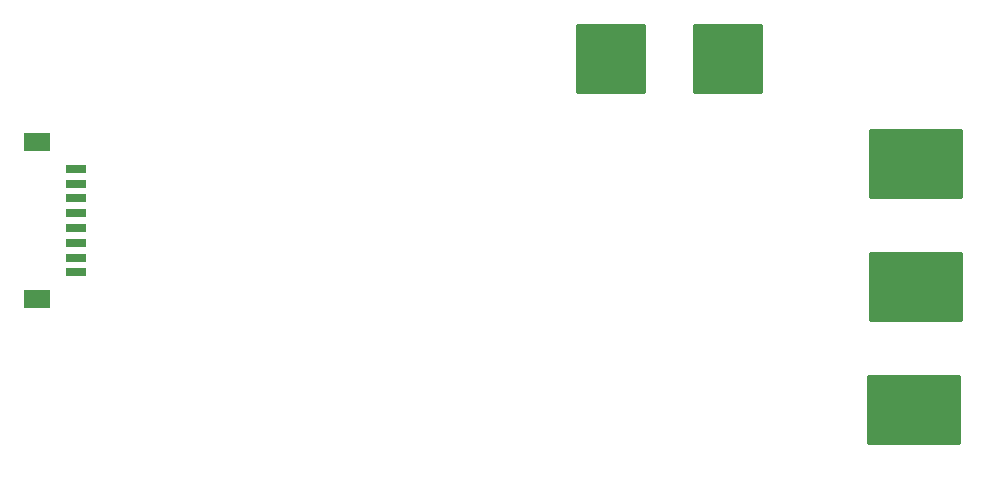
<source format=gbp>
G04*
G04 #@! TF.GenerationSoftware,Altium Limited,Altium Designer,21.0.8 (223)*
G04*
G04 Layer_Color=128*
%FSLAX25Y25*%
%MOIN*%
G70*
G04*
G04 #@! TF.SameCoordinates,B676E1CA-0217-40F3-8002-BB03906CADE6*
G04*
G04*
G04 #@! TF.FilePolarity,Positive*
G04*
G01*
G75*
%ADD19R,0.08661X0.06299*%
%ADD20R,0.07087X0.02756*%
G04:AMPARAMS|DCode=37|XSize=236.22mil|YSize=236.22mil|CornerRadius=11.81mil|HoleSize=0mil|Usage=FLASHONLY|Rotation=0.000|XOffset=0mil|YOffset=0mil|HoleType=Round|Shape=RoundedRectangle|*
%AMROUNDEDRECTD37*
21,1,0.23622,0.21260,0,0,0.0*
21,1,0.21260,0.23622,0,0,0.0*
1,1,0.02362,0.10630,-0.10630*
1,1,0.02362,-0.10630,-0.10630*
1,1,0.02362,-0.10630,0.10630*
1,1,0.02362,0.10630,0.10630*
%
%ADD37ROUNDEDRECTD37*%
G04:AMPARAMS|DCode=39|XSize=314.96mil|YSize=236.22mil|CornerRadius=11.81mil|HoleSize=0mil|Usage=FLASHONLY|Rotation=180.000|XOffset=0mil|YOffset=0mil|HoleType=Round|Shape=RoundedRectangle|*
%AMROUNDEDRECTD39*
21,1,0.31496,0.21260,0,0,180.0*
21,1,0.29134,0.23622,0,0,180.0*
1,1,0.02362,-0.14567,0.10630*
1,1,0.02362,0.14567,0.10630*
1,1,0.02362,0.14567,-0.10630*
1,1,0.02362,-0.14567,-0.10630*
%
%ADD39ROUNDEDRECTD39*%
D19*
X10000Y84417D02*
D03*
Y136583D02*
D03*
D20*
X22992Y127724D02*
D03*
Y122803D02*
D03*
Y117882D02*
D03*
Y112961D02*
D03*
Y108039D02*
D03*
Y103118D02*
D03*
Y98197D02*
D03*
Y93276D02*
D03*
D37*
X240500Y164500D02*
D03*
X201500D02*
D03*
D39*
X303000Y129500D02*
D03*
X302500Y47500D02*
D03*
X303000Y88500D02*
D03*
M02*

</source>
